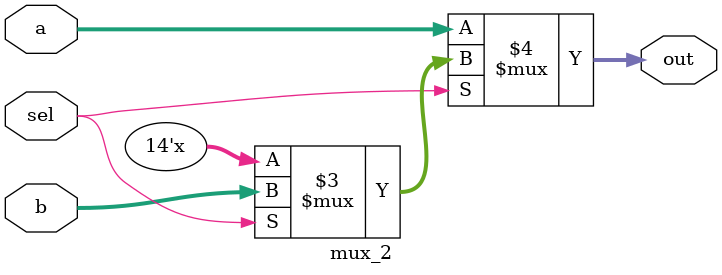
<source format=v>
module mux_2(input [13:0] a, b,input sel, output[13:0] out);
  /*
  always begin
    case (sel)
      0 : out = a;
      1 : out = b;
      default: out = 14'bz;
    endcase
  end
  */
  
  assign out = sel == 1'b0 ? a : sel == 1'b1 ? b : 14'bz;
endmodule 
</source>
